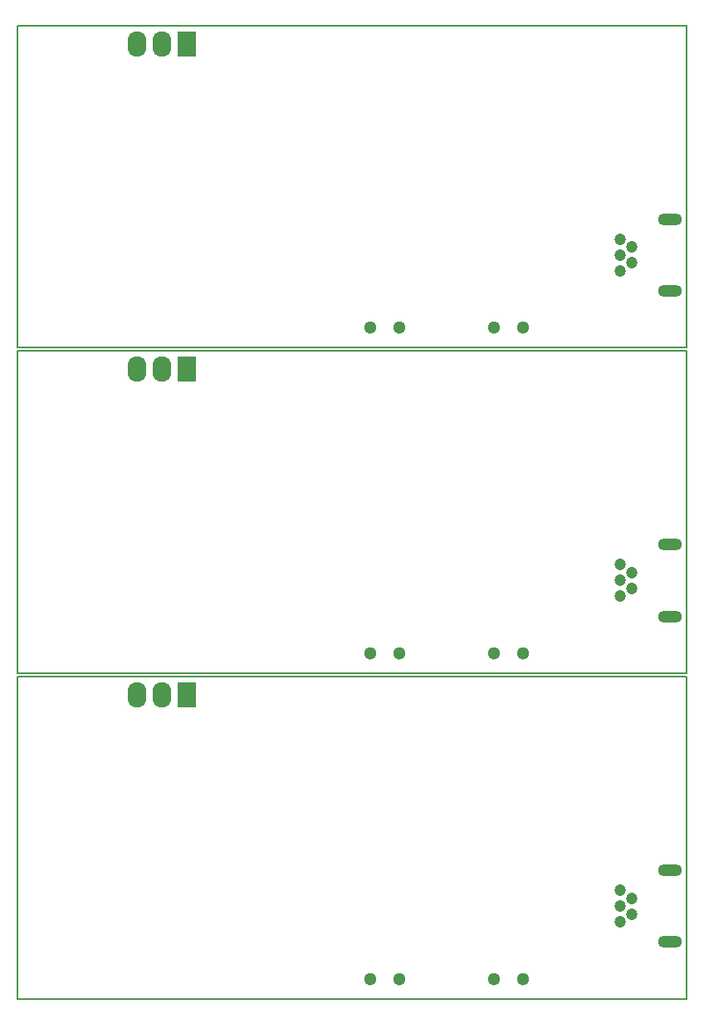
<source format=gbr>
G04 #@! TF.FileFunction,Soldermask,Bot*
%FSLAX46Y46*%
G04 Gerber Fmt 4.6, Leading zero omitted, Abs format (unit mm)*
G04 Created by KiCad (PCBNEW 4.0.2+dfsg1-stable) date Wed 16 Mar 2016 07:28:31 PM CET*
%MOMM*%
G01*
G04 APERTURE LIST*
%ADD10C,0.150000*%
%ADD11C,1.300000*%
%ADD12C,1.200000*%
%ADD13O,2.450000X1.250000*%
%ADD14R,1.924000X2.599640*%
%ADD15O,1.924000X2.599640*%
G04 APERTURE END LIST*
D10*
X166650000Y-162055000D02*
X166650000Y-162155000D01*
X234910000Y-162055000D02*
X166650000Y-162055000D01*
X166650000Y-194880000D02*
X166650000Y-194855000D01*
X234910000Y-194880000D02*
X166650000Y-194880000D01*
X234905000Y-162030000D02*
X234905000Y-194880000D01*
X166650000Y-162080000D02*
X166650000Y-194880000D01*
X166650000Y-128910000D02*
X166650000Y-161710000D01*
X234905000Y-128860000D02*
X234905000Y-161710000D01*
X234910000Y-161710000D02*
X166650000Y-161710000D01*
X166650000Y-161710000D02*
X166650000Y-161685000D01*
X234910000Y-128885000D02*
X166650000Y-128885000D01*
X166650000Y-128885000D02*
X166650000Y-128985000D01*
X166650000Y-95725000D02*
X166650000Y-95825000D01*
X234910000Y-95725000D02*
X166650000Y-95725000D01*
X166650000Y-128550000D02*
X166650000Y-128525000D01*
X234910000Y-128550000D02*
X166650000Y-128550000D01*
X234905000Y-95700000D02*
X234905000Y-128550000D01*
X166650000Y-95750000D02*
X166650000Y-128550000D01*
D11*
X202629920Y-192842920D03*
X205629920Y-192842920D03*
X215240080Y-192842920D03*
X218240080Y-192842920D03*
D12*
X228100000Y-187030000D03*
X229300000Y-186230000D03*
X228100000Y-185430000D03*
X228100000Y-183830000D03*
D13*
X233150000Y-181780000D03*
X233150000Y-189080000D03*
D12*
X229300000Y-184630000D03*
D14*
X183890000Y-163905000D03*
D15*
X181350000Y-163905000D03*
X178810000Y-163905000D03*
D14*
X183890000Y-130735000D03*
D15*
X181350000Y-130735000D03*
X178810000Y-130735000D03*
D12*
X228100000Y-153860000D03*
X229300000Y-153060000D03*
X228100000Y-152260000D03*
X228100000Y-150660000D03*
D13*
X233150000Y-148610000D03*
X233150000Y-155910000D03*
D12*
X229300000Y-151460000D03*
D11*
X215240080Y-159672920D03*
X218240080Y-159672920D03*
X202629920Y-159672920D03*
X205629920Y-159672920D03*
X202629920Y-126512920D03*
X205629920Y-126512920D03*
X215240080Y-126512920D03*
X218240080Y-126512920D03*
D12*
X228100000Y-120700000D03*
X229300000Y-119900000D03*
X228100000Y-119100000D03*
X228100000Y-117500000D03*
D13*
X233150000Y-115450000D03*
X233150000Y-122750000D03*
D12*
X229300000Y-118300000D03*
D14*
X183890000Y-97575000D03*
D15*
X181350000Y-97575000D03*
X178810000Y-97575000D03*
M02*

</source>
